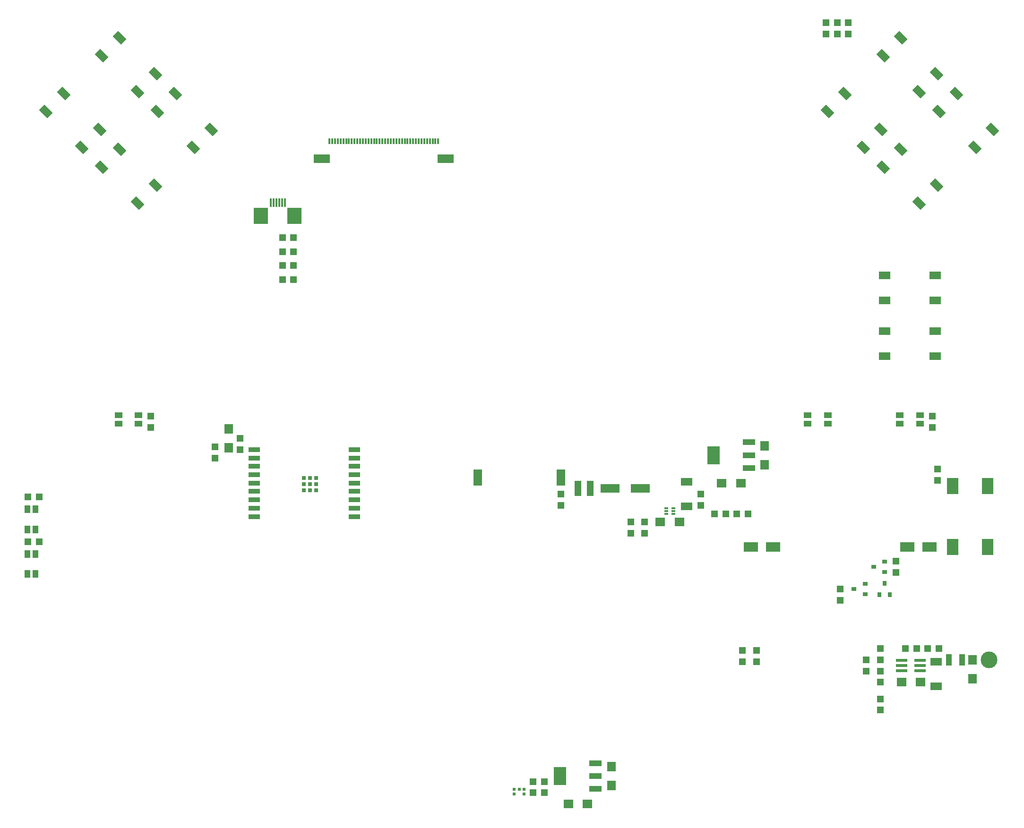
<source format=gtp>
G04 #@! TF.GenerationSoftware,KiCad,Pcbnew,7.0.8*
G04 #@! TF.CreationDate,2023-11-01T09:31:03+09:00*
G04 #@! TF.ProjectId,a5d27_handheld_console_pcb,61356432-375f-4686-916e-6468656c645f,rev?*
G04 #@! TF.SameCoordinates,Original*
G04 #@! TF.FileFunction,Paste,Top*
G04 #@! TF.FilePolarity,Positive*
%FSLAX46Y46*%
G04 Gerber Fmt 4.6, Leading zero omitted, Abs format (unit mm)*
G04 Created by KiCad (PCBNEW 7.0.8) date 2023-11-01 09:31:03*
%MOMM*%
%LPD*%
G01*
G04 APERTURE LIST*
G04 Aperture macros list*
%AMRotRect*
0 Rectangle, with rotation*
0 The origin of the aperture is its center*
0 $1 length*
0 $2 width*
0 $3 Rotation angle, in degrees counterclockwise*
0 Add horizontal line*
21,1,$1,$2,0,0,$3*%
G04 Aperture macros list end*
%ADD10R,1.200000X1.200000*%
%ADD11R,0.300000X1.000000*%
%ADD12R,0.300000X1.500000*%
%ADD13R,2.500000X3.000000*%
%ADD14R,3.000000X1.500000*%
%ADD15R,1.400000X1.050000*%
%ADD16RotRect,1.400000X2.100000X45.000000*%
%ADD17R,0.900000X0.800000*%
%ADD18R,2.100000X1.400000*%
%ADD19R,1.600000X1.800000*%
%ADD20R,3.500000X1.600000*%
%ADD21R,0.670000X0.300000*%
%ADD22R,1.800000X1.600000*%
%ADD23R,2.500000X1.700000*%
%ADD24R,1.200000X2.700000*%
%ADD25R,2.000000X3.000000*%
%ADD26R,2.300000X1.000000*%
%ADD27R,2.300000X3.300000*%
%ADD28R,1.050000X1.400000*%
%ADD29R,0.800000X0.900000*%
%ADD30R,2.000000X0.500000*%
%ADD31R,1.500000X3.000000*%
%ADD32R,1.100000X2.000000*%
%ADD33R,0.600000X0.522000*%
%ADD34R,2.000000X0.900000*%
%ADD35R,0.700000X0.700000*%
%ADD36C,3.000000*%
G04 APERTURE END LIST*
D10*
X107680000Y-169140000D03*
X105680000Y-169140000D03*
D11*
X114080000Y-149390000D03*
X114580000Y-149390000D03*
X115080000Y-149390000D03*
X115580000Y-149390000D03*
X116080000Y-149390000D03*
X116580000Y-149390000D03*
X117080000Y-149390000D03*
X117580000Y-149390000D03*
X118080000Y-149390000D03*
X118580000Y-149390000D03*
X119080000Y-149390000D03*
X119580000Y-149390000D03*
X120080000Y-149390000D03*
X120580000Y-149390000D03*
X121080000Y-149390000D03*
X121580000Y-149390000D03*
X122080000Y-149390000D03*
X122580000Y-149390000D03*
X123080000Y-149390000D03*
X123580000Y-149390000D03*
X124080000Y-149390000D03*
X124580000Y-149390000D03*
X125080000Y-149390000D03*
X125580000Y-149390000D03*
X126080000Y-149390000D03*
X126580000Y-149390000D03*
X127080000Y-149390000D03*
X127580000Y-149390000D03*
X128080000Y-149390000D03*
X128580000Y-149390000D03*
X129080000Y-149390000D03*
X129580000Y-149390000D03*
X130080000Y-149390000D03*
X130580000Y-149390000D03*
X131080000Y-149390000D03*
X131580000Y-149390000D03*
X132080000Y-149390000D03*
X132580000Y-149390000D03*
X133080000Y-149390000D03*
X133580000Y-149390000D03*
D12*
X103580000Y-160390000D03*
X104080000Y-160390000D03*
X104580000Y-160390000D03*
X105080000Y-160390000D03*
X105580000Y-160390000D03*
X106080000Y-160390000D03*
D13*
X101830000Y-162715000D03*
X107830000Y-162715000D03*
D14*
X112730000Y-152490000D03*
X134930000Y-152490000D03*
D10*
X107680000Y-171640000D03*
X105680000Y-171640000D03*
X155580000Y-212640000D03*
X155580000Y-214640000D03*
D15*
X79880000Y-199965000D03*
X76280000Y-199965000D03*
X79880000Y-198515000D03*
X76280000Y-198515000D03*
D16*
X209706346Y-150448326D03*
X203271674Y-144013654D03*
X212888326Y-147266346D03*
X206453654Y-140831674D03*
D17*
X208080000Y-229640000D03*
X210080000Y-230590000D03*
X210080000Y-228690000D03*
D18*
X222630000Y-177890000D03*
X213530000Y-177890000D03*
X222630000Y-173390000D03*
X213530000Y-173390000D03*
D19*
X164580000Y-261440000D03*
X164580000Y-264840000D03*
D20*
X169780000Y-211640000D03*
X164380000Y-211640000D03*
D10*
X219280000Y-240340000D03*
X217280000Y-240340000D03*
D21*
X175715000Y-215140000D03*
X174445000Y-216140000D03*
X174445000Y-215640000D03*
X175715000Y-215640000D03*
X174445000Y-215140000D03*
X175715000Y-216140000D03*
D10*
X207080000Y-130140000D03*
X207080000Y-128140000D03*
D22*
X219980000Y-246340000D03*
X216580000Y-246340000D03*
D23*
X221580000Y-222140000D03*
X217580000Y-222140000D03*
D24*
X160780000Y-211640000D03*
X158580000Y-211640000D03*
D10*
X152580000Y-266140000D03*
X152580000Y-264140000D03*
D18*
X178080000Y-214840000D03*
X178080000Y-210440000D03*
D25*
X231980000Y-222140000D03*
X225780000Y-222140000D03*
X231980000Y-211140000D03*
X225780000Y-211140000D03*
D16*
X79706346Y-140448326D03*
X73271674Y-134013654D03*
X82888326Y-137266346D03*
X76453654Y-130831674D03*
D26*
X161730000Y-265440000D03*
X161730000Y-263140000D03*
X161730000Y-260840000D03*
D27*
X155430000Y-263140000D03*
D22*
X176780000Y-217640000D03*
X173380000Y-217640000D03*
D18*
X222630000Y-187890000D03*
X213530000Y-187890000D03*
X222630000Y-183390000D03*
X213530000Y-183390000D03*
D26*
X189230000Y-207940000D03*
X189230000Y-205640000D03*
X189230000Y-203340000D03*
D27*
X182930000Y-205640000D03*
D16*
X219706346Y-160448326D03*
X213271674Y-154013654D03*
X222888326Y-157266346D03*
X216453654Y-150831674D03*
D10*
X223080000Y-208140000D03*
X223080000Y-210140000D03*
X212780000Y-251340000D03*
X212780000Y-249340000D03*
D19*
X96080000Y-204340000D03*
X96080000Y-200940000D03*
D28*
X61405000Y-223340000D03*
X61405000Y-226940000D03*
X59955000Y-223340000D03*
X59955000Y-226940000D03*
D16*
X79706346Y-160448326D03*
X73271674Y-154013654D03*
X82888326Y-157266346D03*
X76453654Y-150831674D03*
X229706346Y-150448326D03*
X223271674Y-144013654D03*
X232888326Y-147266346D03*
X226453654Y-140831674D03*
D29*
X213580000Y-228640000D03*
X212630000Y-230640000D03*
X214530000Y-230640000D03*
D16*
X89706346Y-150448326D03*
X83271674Y-144013654D03*
X92888326Y-147266346D03*
X86453654Y-140831674D03*
D19*
X229280000Y-242340000D03*
X229280000Y-245740000D03*
D10*
X107680000Y-174140000D03*
X105680000Y-174140000D03*
X212780000Y-246340000D03*
X212780000Y-244340000D03*
X212780000Y-242340000D03*
X212780000Y-240340000D03*
D16*
X219706346Y-140448326D03*
X213271674Y-134013654D03*
X222888326Y-137266346D03*
X216453654Y-130831674D03*
D10*
X60080000Y-213140000D03*
X62080000Y-213140000D03*
D18*
X222780000Y-247040000D03*
X222780000Y-242640000D03*
D10*
X170580000Y-217640000D03*
X170580000Y-219640000D03*
X188080000Y-240640000D03*
X188080000Y-242640000D03*
X183080000Y-216140000D03*
X185080000Y-216140000D03*
X210280000Y-244340000D03*
X210280000Y-242340000D03*
D19*
X192080000Y-203940000D03*
X192080000Y-207340000D03*
D10*
X93580000Y-204140000D03*
X93580000Y-206140000D03*
X215580000Y-226640000D03*
X215580000Y-224640000D03*
D17*
X211580000Y-225640000D03*
X213580000Y-226590000D03*
X213580000Y-224690000D03*
D10*
X107680000Y-166640000D03*
X105680000Y-166640000D03*
D16*
X69706346Y-150448326D03*
X63271674Y-144013654D03*
X72888326Y-147266346D03*
X66453654Y-140831674D03*
D30*
X219930000Y-244290000D03*
X219930000Y-243340000D03*
X219930000Y-242390000D03*
X216630000Y-242390000D03*
X216630000Y-243340000D03*
X216630000Y-244290000D03*
D10*
X190580000Y-242640000D03*
X190580000Y-240640000D03*
X98080000Y-202640000D03*
X98080000Y-204640000D03*
X150580000Y-266140000D03*
X150580000Y-264140000D03*
D31*
X155530000Y-209640000D03*
X140630000Y-209640000D03*
D10*
X203080000Y-130140000D03*
X203080000Y-128140000D03*
D15*
X219880000Y-199965000D03*
X216280000Y-199965000D03*
X219880000Y-198515000D03*
X216280000Y-198515000D03*
X203380000Y-199965000D03*
X199780000Y-199965000D03*
X203380000Y-198515000D03*
X199780000Y-198515000D03*
D10*
X60080000Y-221140000D03*
X62080000Y-221140000D03*
X223280000Y-240340000D03*
X221280000Y-240340000D03*
D28*
X61405000Y-215340000D03*
X61405000Y-218940000D03*
X59955000Y-215340000D03*
X59955000Y-218940000D03*
D32*
X225080000Y-242340000D03*
X227480000Y-242340000D03*
D10*
X168080000Y-217640000D03*
X168080000Y-219640000D03*
D33*
X147180000Y-265566000D03*
X147180000Y-266388000D03*
X148980000Y-266388000D03*
X148980000Y-265566000D03*
X148080000Y-265566000D03*
D22*
X184380000Y-210640000D03*
X187780000Y-210640000D03*
D10*
X205580000Y-229640000D03*
X205580000Y-231640000D03*
D34*
X100580000Y-204640000D03*
X100580000Y-206140000D03*
X100580000Y-207640000D03*
X100580000Y-209140000D03*
X100580000Y-210640000D03*
X100580000Y-212140000D03*
X100580000Y-213640000D03*
X100580000Y-215140000D03*
X100580000Y-216640000D03*
X118580000Y-216640000D03*
X118580000Y-215140000D03*
X118580000Y-213640000D03*
X118580000Y-212140000D03*
X118580000Y-210640000D03*
X118580000Y-209140000D03*
X118580000Y-207640000D03*
X118580000Y-206140000D03*
X118580000Y-204640000D03*
D35*
X109480000Y-209740000D03*
X109480000Y-210840000D03*
X109480000Y-211940000D03*
X110580000Y-209740000D03*
X110580000Y-210840000D03*
X110580000Y-211940000D03*
X111680000Y-209740000D03*
X111680000Y-210840000D03*
X111680000Y-211940000D03*
D10*
X205080000Y-130140000D03*
X205080000Y-128140000D03*
X187080000Y-216140000D03*
X189080000Y-216140000D03*
X180580000Y-212640000D03*
X180580000Y-214640000D03*
D22*
X156880000Y-268140000D03*
X160280000Y-268140000D03*
D10*
X82080000Y-198640000D03*
X82080000Y-200640000D03*
X222080000Y-198640000D03*
X222080000Y-200640000D03*
D36*
X232280000Y-242340000D03*
D23*
X189580000Y-222140000D03*
X193580000Y-222140000D03*
M02*

</source>
